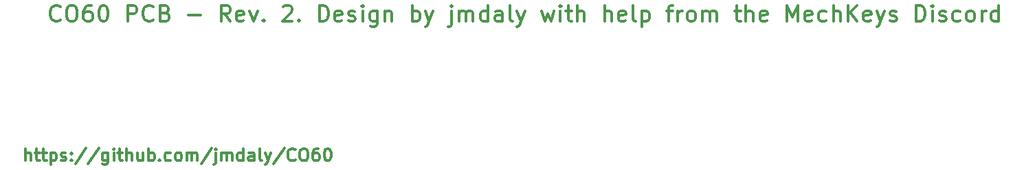
<source format=gto>
G04 #@! TF.FileFunction,Legend,Top*
%FSLAX46Y46*%
G04 Gerber Fmt 4.6, Leading zero omitted, Abs format (unit mm)*
G04 Created by KiCad (PCBNEW 4.0.7-e2-6376~58~ubuntu16.04.1) date Fri Jun  8 20:58:55 2018*
%MOMM*%
%LPD*%
G01*
G04 APERTURE LIST*
%ADD10C,0.100000*%
%ADD11C,0.300000*%
G04 APERTURE END LIST*
D10*
D11*
X117612284Y-128440571D02*
X117612284Y-126940571D01*
X118255141Y-128440571D02*
X118255141Y-127654857D01*
X118183712Y-127512000D01*
X118040855Y-127440571D01*
X117826570Y-127440571D01*
X117683712Y-127512000D01*
X117612284Y-127583429D01*
X118755141Y-127440571D02*
X119326570Y-127440571D01*
X118969427Y-126940571D02*
X118969427Y-128226286D01*
X119040855Y-128369143D01*
X119183713Y-128440571D01*
X119326570Y-128440571D01*
X119612284Y-127440571D02*
X120183713Y-127440571D01*
X119826570Y-126940571D02*
X119826570Y-128226286D01*
X119897998Y-128369143D01*
X120040856Y-128440571D01*
X120183713Y-128440571D01*
X120683713Y-127440571D02*
X120683713Y-128940571D01*
X120683713Y-127512000D02*
X120826570Y-127440571D01*
X121112284Y-127440571D01*
X121255141Y-127512000D01*
X121326570Y-127583429D01*
X121397999Y-127726286D01*
X121397999Y-128154857D01*
X121326570Y-128297714D01*
X121255141Y-128369143D01*
X121112284Y-128440571D01*
X120826570Y-128440571D01*
X120683713Y-128369143D01*
X121969427Y-128369143D02*
X122112284Y-128440571D01*
X122397999Y-128440571D01*
X122540856Y-128369143D01*
X122612284Y-128226286D01*
X122612284Y-128154857D01*
X122540856Y-128012000D01*
X122397999Y-127940571D01*
X122183713Y-127940571D01*
X122040856Y-127869143D01*
X121969427Y-127726286D01*
X121969427Y-127654857D01*
X122040856Y-127512000D01*
X122183713Y-127440571D01*
X122397999Y-127440571D01*
X122540856Y-127512000D01*
X123255142Y-128297714D02*
X123326570Y-128369143D01*
X123255142Y-128440571D01*
X123183713Y-128369143D01*
X123255142Y-128297714D01*
X123255142Y-128440571D01*
X123255142Y-127512000D02*
X123326570Y-127583429D01*
X123255142Y-127654857D01*
X123183713Y-127583429D01*
X123255142Y-127512000D01*
X123255142Y-127654857D01*
X125040856Y-126869143D02*
X123755142Y-128797714D01*
X126612285Y-126869143D02*
X125326571Y-128797714D01*
X127755143Y-127440571D02*
X127755143Y-128654857D01*
X127683714Y-128797714D01*
X127612286Y-128869143D01*
X127469429Y-128940571D01*
X127255143Y-128940571D01*
X127112286Y-128869143D01*
X127755143Y-128369143D02*
X127612286Y-128440571D01*
X127326572Y-128440571D01*
X127183714Y-128369143D01*
X127112286Y-128297714D01*
X127040857Y-128154857D01*
X127040857Y-127726286D01*
X127112286Y-127583429D01*
X127183714Y-127512000D01*
X127326572Y-127440571D01*
X127612286Y-127440571D01*
X127755143Y-127512000D01*
X128469429Y-128440571D02*
X128469429Y-127440571D01*
X128469429Y-126940571D02*
X128398000Y-127012000D01*
X128469429Y-127083429D01*
X128540857Y-127012000D01*
X128469429Y-126940571D01*
X128469429Y-127083429D01*
X128969429Y-127440571D02*
X129540858Y-127440571D01*
X129183715Y-126940571D02*
X129183715Y-128226286D01*
X129255143Y-128369143D01*
X129398001Y-128440571D01*
X129540858Y-128440571D01*
X130040858Y-128440571D02*
X130040858Y-126940571D01*
X130683715Y-128440571D02*
X130683715Y-127654857D01*
X130612286Y-127512000D01*
X130469429Y-127440571D01*
X130255144Y-127440571D01*
X130112286Y-127512000D01*
X130040858Y-127583429D01*
X132040858Y-127440571D02*
X132040858Y-128440571D01*
X131398001Y-127440571D02*
X131398001Y-128226286D01*
X131469429Y-128369143D01*
X131612287Y-128440571D01*
X131826572Y-128440571D01*
X131969429Y-128369143D01*
X132040858Y-128297714D01*
X132755144Y-128440571D02*
X132755144Y-126940571D01*
X132755144Y-127512000D02*
X132898001Y-127440571D01*
X133183715Y-127440571D01*
X133326572Y-127512000D01*
X133398001Y-127583429D01*
X133469430Y-127726286D01*
X133469430Y-128154857D01*
X133398001Y-128297714D01*
X133326572Y-128369143D01*
X133183715Y-128440571D01*
X132898001Y-128440571D01*
X132755144Y-128369143D01*
X134112287Y-128297714D02*
X134183715Y-128369143D01*
X134112287Y-128440571D01*
X134040858Y-128369143D01*
X134112287Y-128297714D01*
X134112287Y-128440571D01*
X135469430Y-128369143D02*
X135326573Y-128440571D01*
X135040859Y-128440571D01*
X134898001Y-128369143D01*
X134826573Y-128297714D01*
X134755144Y-128154857D01*
X134755144Y-127726286D01*
X134826573Y-127583429D01*
X134898001Y-127512000D01*
X135040859Y-127440571D01*
X135326573Y-127440571D01*
X135469430Y-127512000D01*
X136326573Y-128440571D02*
X136183715Y-128369143D01*
X136112287Y-128297714D01*
X136040858Y-128154857D01*
X136040858Y-127726286D01*
X136112287Y-127583429D01*
X136183715Y-127512000D01*
X136326573Y-127440571D01*
X136540858Y-127440571D01*
X136683715Y-127512000D01*
X136755144Y-127583429D01*
X136826573Y-127726286D01*
X136826573Y-128154857D01*
X136755144Y-128297714D01*
X136683715Y-128369143D01*
X136540858Y-128440571D01*
X136326573Y-128440571D01*
X137469430Y-128440571D02*
X137469430Y-127440571D01*
X137469430Y-127583429D02*
X137540858Y-127512000D01*
X137683716Y-127440571D01*
X137898001Y-127440571D01*
X138040858Y-127512000D01*
X138112287Y-127654857D01*
X138112287Y-128440571D01*
X138112287Y-127654857D02*
X138183716Y-127512000D01*
X138326573Y-127440571D01*
X138540858Y-127440571D01*
X138683716Y-127512000D01*
X138755144Y-127654857D01*
X138755144Y-128440571D01*
X140540858Y-126869143D02*
X139255144Y-128797714D01*
X141040859Y-127440571D02*
X141040859Y-128726286D01*
X140969430Y-128869143D01*
X140826573Y-128940571D01*
X140755145Y-128940571D01*
X141040859Y-126940571D02*
X140969430Y-127012000D01*
X141040859Y-127083429D01*
X141112287Y-127012000D01*
X141040859Y-126940571D01*
X141040859Y-127083429D01*
X141755145Y-128440571D02*
X141755145Y-127440571D01*
X141755145Y-127583429D02*
X141826573Y-127512000D01*
X141969431Y-127440571D01*
X142183716Y-127440571D01*
X142326573Y-127512000D01*
X142398002Y-127654857D01*
X142398002Y-128440571D01*
X142398002Y-127654857D02*
X142469431Y-127512000D01*
X142612288Y-127440571D01*
X142826573Y-127440571D01*
X142969431Y-127512000D01*
X143040859Y-127654857D01*
X143040859Y-128440571D01*
X144398002Y-128440571D02*
X144398002Y-126940571D01*
X144398002Y-128369143D02*
X144255145Y-128440571D01*
X143969431Y-128440571D01*
X143826573Y-128369143D01*
X143755145Y-128297714D01*
X143683716Y-128154857D01*
X143683716Y-127726286D01*
X143755145Y-127583429D01*
X143826573Y-127512000D01*
X143969431Y-127440571D01*
X144255145Y-127440571D01*
X144398002Y-127512000D01*
X145755145Y-128440571D02*
X145755145Y-127654857D01*
X145683716Y-127512000D01*
X145540859Y-127440571D01*
X145255145Y-127440571D01*
X145112288Y-127512000D01*
X145755145Y-128369143D02*
X145612288Y-128440571D01*
X145255145Y-128440571D01*
X145112288Y-128369143D01*
X145040859Y-128226286D01*
X145040859Y-128083429D01*
X145112288Y-127940571D01*
X145255145Y-127869143D01*
X145612288Y-127869143D01*
X145755145Y-127797714D01*
X146683717Y-128440571D02*
X146540859Y-128369143D01*
X146469431Y-128226286D01*
X146469431Y-126940571D01*
X147112288Y-127440571D02*
X147469431Y-128440571D01*
X147826573Y-127440571D02*
X147469431Y-128440571D01*
X147326573Y-128797714D01*
X147255145Y-128869143D01*
X147112288Y-128940571D01*
X149469430Y-126869143D02*
X148183716Y-128797714D01*
X150826574Y-128297714D02*
X150755145Y-128369143D01*
X150540859Y-128440571D01*
X150398002Y-128440571D01*
X150183717Y-128369143D01*
X150040859Y-128226286D01*
X149969431Y-128083429D01*
X149898002Y-127797714D01*
X149898002Y-127583429D01*
X149969431Y-127297714D01*
X150040859Y-127154857D01*
X150183717Y-127012000D01*
X150398002Y-126940571D01*
X150540859Y-126940571D01*
X150755145Y-127012000D01*
X150826574Y-127083429D01*
X151755145Y-126940571D02*
X152040859Y-126940571D01*
X152183717Y-127012000D01*
X152326574Y-127154857D01*
X152398002Y-127440571D01*
X152398002Y-127940571D01*
X152326574Y-128226286D01*
X152183717Y-128369143D01*
X152040859Y-128440571D01*
X151755145Y-128440571D01*
X151612288Y-128369143D01*
X151469431Y-128226286D01*
X151398002Y-127940571D01*
X151398002Y-127440571D01*
X151469431Y-127154857D01*
X151612288Y-127012000D01*
X151755145Y-126940571D01*
X153683717Y-126940571D02*
X153398003Y-126940571D01*
X153255146Y-127012000D01*
X153183717Y-127083429D01*
X153040860Y-127297714D01*
X152969431Y-127583429D01*
X152969431Y-128154857D01*
X153040860Y-128297714D01*
X153112288Y-128369143D01*
X153255146Y-128440571D01*
X153540860Y-128440571D01*
X153683717Y-128369143D01*
X153755146Y-128297714D01*
X153826574Y-128154857D01*
X153826574Y-127797714D01*
X153755146Y-127654857D01*
X153683717Y-127583429D01*
X153540860Y-127512000D01*
X153255146Y-127512000D01*
X153112288Y-127583429D01*
X153040860Y-127654857D01*
X152969431Y-127797714D01*
X154755145Y-126940571D02*
X154898002Y-126940571D01*
X155040859Y-127012000D01*
X155112288Y-127083429D01*
X155183717Y-127226286D01*
X155255145Y-127512000D01*
X155255145Y-127869143D01*
X155183717Y-128154857D01*
X155112288Y-128297714D01*
X155040859Y-128369143D01*
X154898002Y-128440571D01*
X154755145Y-128440571D01*
X154612288Y-128369143D01*
X154540859Y-128297714D01*
X154469431Y-128154857D01*
X154398002Y-127869143D01*
X154398002Y-127512000D01*
X154469431Y-127226286D01*
X154540859Y-127083429D01*
X154612288Y-127012000D01*
X154755145Y-126940571D01*
X121882699Y-111051886D02*
X121787461Y-111147124D01*
X121501746Y-111242362D01*
X121311270Y-111242362D01*
X121025556Y-111147124D01*
X120835080Y-110956648D01*
X120739841Y-110766171D01*
X120644603Y-110385219D01*
X120644603Y-110099505D01*
X120739841Y-109718552D01*
X120835080Y-109528076D01*
X121025556Y-109337600D01*
X121311270Y-109242362D01*
X121501746Y-109242362D01*
X121787461Y-109337600D01*
X121882699Y-109432838D01*
X123120794Y-109242362D02*
X123501746Y-109242362D01*
X123692222Y-109337600D01*
X123882699Y-109528076D01*
X123977937Y-109909029D01*
X123977937Y-110575695D01*
X123882699Y-110956648D01*
X123692222Y-111147124D01*
X123501746Y-111242362D01*
X123120794Y-111242362D01*
X122930318Y-111147124D01*
X122739841Y-110956648D01*
X122644603Y-110575695D01*
X122644603Y-109909029D01*
X122739841Y-109528076D01*
X122930318Y-109337600D01*
X123120794Y-109242362D01*
X125692222Y-109242362D02*
X125311270Y-109242362D01*
X125120794Y-109337600D01*
X125025556Y-109432838D01*
X124835079Y-109718552D01*
X124739841Y-110099505D01*
X124739841Y-110861410D01*
X124835079Y-111051886D01*
X124930318Y-111147124D01*
X125120794Y-111242362D01*
X125501746Y-111242362D01*
X125692222Y-111147124D01*
X125787460Y-111051886D01*
X125882699Y-110861410D01*
X125882699Y-110385219D01*
X125787460Y-110194743D01*
X125692222Y-110099505D01*
X125501746Y-110004267D01*
X125120794Y-110004267D01*
X124930318Y-110099505D01*
X124835079Y-110194743D01*
X124739841Y-110385219D01*
X127120794Y-109242362D02*
X127311270Y-109242362D01*
X127501746Y-109337600D01*
X127596984Y-109432838D01*
X127692222Y-109623314D01*
X127787461Y-110004267D01*
X127787461Y-110480457D01*
X127692222Y-110861410D01*
X127596984Y-111051886D01*
X127501746Y-111147124D01*
X127311270Y-111242362D01*
X127120794Y-111242362D01*
X126930318Y-111147124D01*
X126835080Y-111051886D01*
X126739841Y-110861410D01*
X126644603Y-110480457D01*
X126644603Y-110004267D01*
X126739841Y-109623314D01*
X126835080Y-109432838D01*
X126930318Y-109337600D01*
X127120794Y-109242362D01*
X130168413Y-111242362D02*
X130168413Y-109242362D01*
X130930318Y-109242362D01*
X131120794Y-109337600D01*
X131216033Y-109432838D01*
X131311271Y-109623314D01*
X131311271Y-109909029D01*
X131216033Y-110099505D01*
X131120794Y-110194743D01*
X130930318Y-110289981D01*
X130168413Y-110289981D01*
X133311271Y-111051886D02*
X133216033Y-111147124D01*
X132930318Y-111242362D01*
X132739842Y-111242362D01*
X132454128Y-111147124D01*
X132263652Y-110956648D01*
X132168413Y-110766171D01*
X132073175Y-110385219D01*
X132073175Y-110099505D01*
X132168413Y-109718552D01*
X132263652Y-109528076D01*
X132454128Y-109337600D01*
X132739842Y-109242362D01*
X132930318Y-109242362D01*
X133216033Y-109337600D01*
X133311271Y-109432838D01*
X134835080Y-110194743D02*
X135120794Y-110289981D01*
X135216033Y-110385219D01*
X135311271Y-110575695D01*
X135311271Y-110861410D01*
X135216033Y-111051886D01*
X135120794Y-111147124D01*
X134930318Y-111242362D01*
X134168413Y-111242362D01*
X134168413Y-109242362D01*
X134835080Y-109242362D01*
X135025556Y-109337600D01*
X135120794Y-109432838D01*
X135216033Y-109623314D01*
X135216033Y-109813790D01*
X135120794Y-110004267D01*
X135025556Y-110099505D01*
X134835080Y-110194743D01*
X134168413Y-110194743D01*
X137692223Y-110480457D02*
X139216033Y-110480457D01*
X142835081Y-111242362D02*
X142168414Y-110289981D01*
X141692223Y-111242362D02*
X141692223Y-109242362D01*
X142454128Y-109242362D01*
X142644604Y-109337600D01*
X142739843Y-109432838D01*
X142835081Y-109623314D01*
X142835081Y-109909029D01*
X142739843Y-110099505D01*
X142644604Y-110194743D01*
X142454128Y-110289981D01*
X141692223Y-110289981D01*
X144454128Y-111147124D02*
X144263652Y-111242362D01*
X143882700Y-111242362D01*
X143692223Y-111147124D01*
X143596985Y-110956648D01*
X143596985Y-110194743D01*
X143692223Y-110004267D01*
X143882700Y-109909029D01*
X144263652Y-109909029D01*
X144454128Y-110004267D01*
X144549366Y-110194743D01*
X144549366Y-110385219D01*
X143596985Y-110575695D01*
X145216033Y-109909029D02*
X145692224Y-111242362D01*
X146168414Y-109909029D01*
X146930319Y-111051886D02*
X147025558Y-111147124D01*
X146930319Y-111242362D01*
X146835081Y-111147124D01*
X146930319Y-111051886D01*
X146930319Y-111242362D01*
X149311272Y-109432838D02*
X149406510Y-109337600D01*
X149596987Y-109242362D01*
X150073177Y-109242362D01*
X150263653Y-109337600D01*
X150358891Y-109432838D01*
X150454130Y-109623314D01*
X150454130Y-109813790D01*
X150358891Y-110099505D01*
X149216034Y-111242362D01*
X150454130Y-111242362D01*
X151311272Y-111051886D02*
X151406511Y-111147124D01*
X151311272Y-111242362D01*
X151216034Y-111147124D01*
X151311272Y-111051886D01*
X151311272Y-111242362D01*
X153787463Y-111242362D02*
X153787463Y-109242362D01*
X154263654Y-109242362D01*
X154549368Y-109337600D01*
X154739844Y-109528076D01*
X154835083Y-109718552D01*
X154930321Y-110099505D01*
X154930321Y-110385219D01*
X154835083Y-110766171D01*
X154739844Y-110956648D01*
X154549368Y-111147124D01*
X154263654Y-111242362D01*
X153787463Y-111242362D01*
X156549368Y-111147124D02*
X156358892Y-111242362D01*
X155977940Y-111242362D01*
X155787463Y-111147124D01*
X155692225Y-110956648D01*
X155692225Y-110194743D01*
X155787463Y-110004267D01*
X155977940Y-109909029D01*
X156358892Y-109909029D01*
X156549368Y-110004267D01*
X156644606Y-110194743D01*
X156644606Y-110385219D01*
X155692225Y-110575695D01*
X157406511Y-111147124D02*
X157596988Y-111242362D01*
X157977940Y-111242362D01*
X158168416Y-111147124D01*
X158263654Y-110956648D01*
X158263654Y-110861410D01*
X158168416Y-110670933D01*
X157977940Y-110575695D01*
X157692226Y-110575695D01*
X157501749Y-110480457D01*
X157406511Y-110289981D01*
X157406511Y-110194743D01*
X157501749Y-110004267D01*
X157692226Y-109909029D01*
X157977940Y-109909029D01*
X158168416Y-110004267D01*
X159120797Y-111242362D02*
X159120797Y-109909029D01*
X159120797Y-109242362D02*
X159025559Y-109337600D01*
X159120797Y-109432838D01*
X159216036Y-109337600D01*
X159120797Y-109242362D01*
X159120797Y-109432838D01*
X160930321Y-109909029D02*
X160930321Y-111528076D01*
X160835083Y-111718552D01*
X160739845Y-111813790D01*
X160549369Y-111909029D01*
X160263655Y-111909029D01*
X160073178Y-111813790D01*
X160930321Y-111147124D02*
X160739845Y-111242362D01*
X160358893Y-111242362D01*
X160168417Y-111147124D01*
X160073178Y-111051886D01*
X159977940Y-110861410D01*
X159977940Y-110289981D01*
X160073178Y-110099505D01*
X160168417Y-110004267D01*
X160358893Y-109909029D01*
X160739845Y-109909029D01*
X160930321Y-110004267D01*
X161882702Y-109909029D02*
X161882702Y-111242362D01*
X161882702Y-110099505D02*
X161977941Y-110004267D01*
X162168417Y-109909029D01*
X162454131Y-109909029D01*
X162644607Y-110004267D01*
X162739845Y-110194743D01*
X162739845Y-111242362D01*
X165216036Y-111242362D02*
X165216036Y-109242362D01*
X165216036Y-110004267D02*
X165406513Y-109909029D01*
X165787465Y-109909029D01*
X165977941Y-110004267D01*
X166073179Y-110099505D01*
X166168417Y-110289981D01*
X166168417Y-110861410D01*
X166073179Y-111051886D01*
X165977941Y-111147124D01*
X165787465Y-111242362D01*
X165406513Y-111242362D01*
X165216036Y-111147124D01*
X166835084Y-109909029D02*
X167311275Y-111242362D01*
X167787465Y-109909029D02*
X167311275Y-111242362D01*
X167120799Y-111718552D01*
X167025560Y-111813790D01*
X166835084Y-111909029D01*
X170073180Y-109909029D02*
X170073180Y-111623314D01*
X169977942Y-111813790D01*
X169787466Y-111909029D01*
X169692228Y-111909029D01*
X170073180Y-109242362D02*
X169977942Y-109337600D01*
X170073180Y-109432838D01*
X170168419Y-109337600D01*
X170073180Y-109242362D01*
X170073180Y-109432838D01*
X171025561Y-111242362D02*
X171025561Y-109909029D01*
X171025561Y-110099505D02*
X171120800Y-110004267D01*
X171311276Y-109909029D01*
X171596990Y-109909029D01*
X171787466Y-110004267D01*
X171882704Y-110194743D01*
X171882704Y-111242362D01*
X171882704Y-110194743D02*
X171977942Y-110004267D01*
X172168419Y-109909029D01*
X172454133Y-109909029D01*
X172644609Y-110004267D01*
X172739847Y-110194743D01*
X172739847Y-111242362D01*
X174549371Y-111242362D02*
X174549371Y-109242362D01*
X174549371Y-111147124D02*
X174358895Y-111242362D01*
X173977943Y-111242362D01*
X173787467Y-111147124D01*
X173692228Y-111051886D01*
X173596990Y-110861410D01*
X173596990Y-110289981D01*
X173692228Y-110099505D01*
X173787467Y-110004267D01*
X173977943Y-109909029D01*
X174358895Y-109909029D01*
X174549371Y-110004267D01*
X176358895Y-111242362D02*
X176358895Y-110194743D01*
X176263657Y-110004267D01*
X176073181Y-109909029D01*
X175692229Y-109909029D01*
X175501752Y-110004267D01*
X176358895Y-111147124D02*
X176168419Y-111242362D01*
X175692229Y-111242362D01*
X175501752Y-111147124D01*
X175406514Y-110956648D01*
X175406514Y-110766171D01*
X175501752Y-110575695D01*
X175692229Y-110480457D01*
X176168419Y-110480457D01*
X176358895Y-110385219D01*
X177596991Y-111242362D02*
X177406515Y-111147124D01*
X177311276Y-110956648D01*
X177311276Y-109242362D01*
X178168419Y-109909029D02*
X178644610Y-111242362D01*
X179120800Y-109909029D02*
X178644610Y-111242362D01*
X178454134Y-111718552D01*
X178358895Y-111813790D01*
X178168419Y-111909029D01*
X181216039Y-109909029D02*
X181596992Y-111242362D01*
X181977944Y-110289981D01*
X182358896Y-111242362D01*
X182739849Y-109909029D01*
X183501753Y-111242362D02*
X183501753Y-109909029D01*
X183501753Y-109242362D02*
X183406515Y-109337600D01*
X183501753Y-109432838D01*
X183596992Y-109337600D01*
X183501753Y-109242362D01*
X183501753Y-109432838D01*
X184168420Y-109909029D02*
X184930325Y-109909029D01*
X184454134Y-109242362D02*
X184454134Y-110956648D01*
X184549373Y-111147124D01*
X184739849Y-111242362D01*
X184930325Y-111242362D01*
X185596991Y-111242362D02*
X185596991Y-109242362D01*
X186454134Y-111242362D02*
X186454134Y-110194743D01*
X186358896Y-110004267D01*
X186168420Y-109909029D01*
X185882706Y-109909029D01*
X185692230Y-110004267D01*
X185596991Y-110099505D01*
X188930325Y-111242362D02*
X188930325Y-109242362D01*
X189787468Y-111242362D02*
X189787468Y-110194743D01*
X189692230Y-110004267D01*
X189501754Y-109909029D01*
X189216040Y-109909029D01*
X189025564Y-110004267D01*
X188930325Y-110099505D01*
X191501754Y-111147124D02*
X191311278Y-111242362D01*
X190930326Y-111242362D01*
X190739849Y-111147124D01*
X190644611Y-110956648D01*
X190644611Y-110194743D01*
X190739849Y-110004267D01*
X190930326Y-109909029D01*
X191311278Y-109909029D01*
X191501754Y-110004267D01*
X191596992Y-110194743D01*
X191596992Y-110385219D01*
X190644611Y-110575695D01*
X192739850Y-111242362D02*
X192549374Y-111147124D01*
X192454135Y-110956648D01*
X192454135Y-109242362D01*
X193501754Y-109909029D02*
X193501754Y-111909029D01*
X193501754Y-110004267D02*
X193692231Y-109909029D01*
X194073183Y-109909029D01*
X194263659Y-110004267D01*
X194358897Y-110099505D01*
X194454135Y-110289981D01*
X194454135Y-110861410D01*
X194358897Y-111051886D01*
X194263659Y-111147124D01*
X194073183Y-111242362D01*
X193692231Y-111242362D01*
X193501754Y-111147124D01*
X196549374Y-109909029D02*
X197311279Y-109909029D01*
X196835088Y-111242362D02*
X196835088Y-109528076D01*
X196930327Y-109337600D01*
X197120803Y-109242362D01*
X197311279Y-109242362D01*
X197977945Y-111242362D02*
X197977945Y-109909029D01*
X197977945Y-110289981D02*
X198073184Y-110099505D01*
X198168422Y-110004267D01*
X198358898Y-109909029D01*
X198549374Y-109909029D01*
X199501755Y-111242362D02*
X199311279Y-111147124D01*
X199216040Y-111051886D01*
X199120802Y-110861410D01*
X199120802Y-110289981D01*
X199216040Y-110099505D01*
X199311279Y-110004267D01*
X199501755Y-109909029D01*
X199787469Y-109909029D01*
X199977945Y-110004267D01*
X200073183Y-110099505D01*
X200168421Y-110289981D01*
X200168421Y-110861410D01*
X200073183Y-111051886D01*
X199977945Y-111147124D01*
X199787469Y-111242362D01*
X199501755Y-111242362D01*
X201025564Y-111242362D02*
X201025564Y-109909029D01*
X201025564Y-110099505D02*
X201120803Y-110004267D01*
X201311279Y-109909029D01*
X201596993Y-109909029D01*
X201787469Y-110004267D01*
X201882707Y-110194743D01*
X201882707Y-111242362D01*
X201882707Y-110194743D02*
X201977945Y-110004267D01*
X202168422Y-109909029D01*
X202454136Y-109909029D01*
X202644612Y-110004267D01*
X202739850Y-110194743D01*
X202739850Y-111242362D01*
X204930327Y-109909029D02*
X205692232Y-109909029D01*
X205216041Y-109242362D02*
X205216041Y-110956648D01*
X205311280Y-111147124D01*
X205501756Y-111242362D01*
X205692232Y-111242362D01*
X206358898Y-111242362D02*
X206358898Y-109242362D01*
X207216041Y-111242362D02*
X207216041Y-110194743D01*
X207120803Y-110004267D01*
X206930327Y-109909029D01*
X206644613Y-109909029D01*
X206454137Y-110004267D01*
X206358898Y-110099505D01*
X208930327Y-111147124D02*
X208739851Y-111242362D01*
X208358899Y-111242362D01*
X208168422Y-111147124D01*
X208073184Y-110956648D01*
X208073184Y-110194743D01*
X208168422Y-110004267D01*
X208358899Y-109909029D01*
X208739851Y-109909029D01*
X208930327Y-110004267D01*
X209025565Y-110194743D01*
X209025565Y-110385219D01*
X208073184Y-110575695D01*
X211406518Y-111242362D02*
X211406518Y-109242362D01*
X212073185Y-110670933D01*
X212739852Y-109242362D01*
X212739852Y-111242362D01*
X214454137Y-111147124D02*
X214263661Y-111242362D01*
X213882709Y-111242362D01*
X213692232Y-111147124D01*
X213596994Y-110956648D01*
X213596994Y-110194743D01*
X213692232Y-110004267D01*
X213882709Y-109909029D01*
X214263661Y-109909029D01*
X214454137Y-110004267D01*
X214549375Y-110194743D01*
X214549375Y-110385219D01*
X213596994Y-110575695D01*
X216263661Y-111147124D02*
X216073185Y-111242362D01*
X215692233Y-111242362D01*
X215501757Y-111147124D01*
X215406518Y-111051886D01*
X215311280Y-110861410D01*
X215311280Y-110289981D01*
X215406518Y-110099505D01*
X215501757Y-110004267D01*
X215692233Y-109909029D01*
X216073185Y-109909029D01*
X216263661Y-110004267D01*
X217120804Y-111242362D02*
X217120804Y-109242362D01*
X217977947Y-111242362D02*
X217977947Y-110194743D01*
X217882709Y-110004267D01*
X217692233Y-109909029D01*
X217406519Y-109909029D01*
X217216043Y-110004267D01*
X217120804Y-110099505D01*
X218930328Y-111242362D02*
X218930328Y-109242362D01*
X220073186Y-111242362D02*
X219216043Y-110099505D01*
X220073186Y-109242362D02*
X218930328Y-110385219D01*
X221692233Y-111147124D02*
X221501757Y-111242362D01*
X221120805Y-111242362D01*
X220930328Y-111147124D01*
X220835090Y-110956648D01*
X220835090Y-110194743D01*
X220930328Y-110004267D01*
X221120805Y-109909029D01*
X221501757Y-109909029D01*
X221692233Y-110004267D01*
X221787471Y-110194743D01*
X221787471Y-110385219D01*
X220835090Y-110575695D01*
X222454138Y-109909029D02*
X222930329Y-111242362D01*
X223406519Y-109909029D02*
X222930329Y-111242362D01*
X222739853Y-111718552D01*
X222644614Y-111813790D01*
X222454138Y-111909029D01*
X224073186Y-111147124D02*
X224263663Y-111242362D01*
X224644615Y-111242362D01*
X224835091Y-111147124D01*
X224930329Y-110956648D01*
X224930329Y-110861410D01*
X224835091Y-110670933D01*
X224644615Y-110575695D01*
X224358901Y-110575695D01*
X224168424Y-110480457D01*
X224073186Y-110289981D01*
X224073186Y-110194743D01*
X224168424Y-110004267D01*
X224358901Y-109909029D01*
X224644615Y-109909029D01*
X224835091Y-110004267D01*
X227311282Y-111242362D02*
X227311282Y-109242362D01*
X227787473Y-109242362D01*
X228073187Y-109337600D01*
X228263663Y-109528076D01*
X228358902Y-109718552D01*
X228454140Y-110099505D01*
X228454140Y-110385219D01*
X228358902Y-110766171D01*
X228263663Y-110956648D01*
X228073187Y-111147124D01*
X227787473Y-111242362D01*
X227311282Y-111242362D01*
X229311282Y-111242362D02*
X229311282Y-109909029D01*
X229311282Y-109242362D02*
X229216044Y-109337600D01*
X229311282Y-109432838D01*
X229406521Y-109337600D01*
X229311282Y-109242362D01*
X229311282Y-109432838D01*
X230168425Y-111147124D02*
X230358902Y-111242362D01*
X230739854Y-111242362D01*
X230930330Y-111147124D01*
X231025568Y-110956648D01*
X231025568Y-110861410D01*
X230930330Y-110670933D01*
X230739854Y-110575695D01*
X230454140Y-110575695D01*
X230263663Y-110480457D01*
X230168425Y-110289981D01*
X230168425Y-110194743D01*
X230263663Y-110004267D01*
X230454140Y-109909029D01*
X230739854Y-109909029D01*
X230930330Y-110004267D01*
X232739854Y-111147124D02*
X232549378Y-111242362D01*
X232168426Y-111242362D01*
X231977950Y-111147124D01*
X231882711Y-111051886D01*
X231787473Y-110861410D01*
X231787473Y-110289981D01*
X231882711Y-110099505D01*
X231977950Y-110004267D01*
X232168426Y-109909029D01*
X232549378Y-109909029D01*
X232739854Y-110004267D01*
X233882712Y-111242362D02*
X233692236Y-111147124D01*
X233596997Y-111051886D01*
X233501759Y-110861410D01*
X233501759Y-110289981D01*
X233596997Y-110099505D01*
X233692236Y-110004267D01*
X233882712Y-109909029D01*
X234168426Y-109909029D01*
X234358902Y-110004267D01*
X234454140Y-110099505D01*
X234549378Y-110289981D01*
X234549378Y-110861410D01*
X234454140Y-111051886D01*
X234358902Y-111147124D01*
X234168426Y-111242362D01*
X233882712Y-111242362D01*
X235406521Y-111242362D02*
X235406521Y-109909029D01*
X235406521Y-110289981D02*
X235501760Y-110099505D01*
X235596998Y-110004267D01*
X235787474Y-109909029D01*
X235977950Y-109909029D01*
X237501759Y-111242362D02*
X237501759Y-109242362D01*
X237501759Y-111147124D02*
X237311283Y-111242362D01*
X236930331Y-111242362D01*
X236739855Y-111147124D01*
X236644616Y-111051886D01*
X236549378Y-110861410D01*
X236549378Y-110289981D01*
X236644616Y-110099505D01*
X236739855Y-110004267D01*
X236930331Y-109909029D01*
X237311283Y-109909029D01*
X237501759Y-110004267D01*
M02*

</source>
